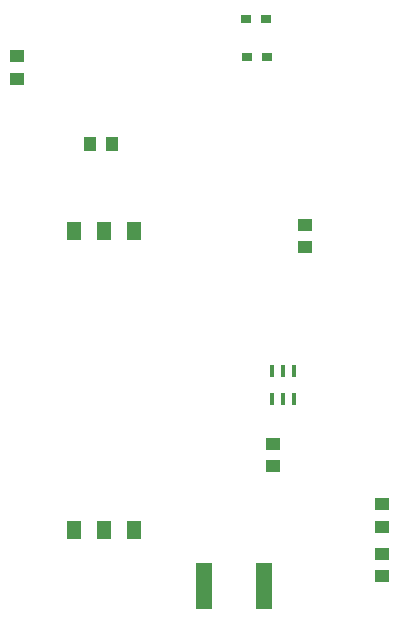
<source format=gbr>
G04 DipTrace 3.0.0.1*
G04 BottomPaste.gbr*
%MOIN*%
G04 #@! TF.FileFunction,Paste,Bot*
G04 #@! TF.Part,Single*
%ADD70R,0.015748X0.03937*%
%ADD72R,0.047244X0.062992*%
%ADD78R,0.035433X0.031496*%
%ADD86R,0.043307X0.051181*%
%ADD92R,0.051181X0.043307*%
%ADD104R,0.051969X0.151969*%
%FSLAX26Y26*%
G04*
G70*
G90*
G75*
G01*
G04 BotPaste*
%LPD*%
D104*
X1535433Y492126D3*
X1335039Y490157D3*
D92*
X711417Y2257087D3*
Y2182283D3*
X1670079Y1621260D3*
Y1696063D3*
X1562598Y966142D3*
Y891339D3*
X1926701Y763701D3*
Y688898D3*
D78*
X1545276Y2253543D3*
X1478346D3*
X1473228Y2381496D3*
X1540157D3*
D92*
X1926701Y598701D3*
Y523898D3*
D86*
X952701Y1964701D3*
X1027504D3*
D72*
X899362Y1675591D3*
X999362D3*
X1099362D3*
Y679528D3*
X999362D3*
X899362D3*
D70*
X1560661Y1206299D3*
X1598063D3*
X1635465D3*
Y1115748D3*
X1598063D3*
X1560661D3*
M02*

</source>
